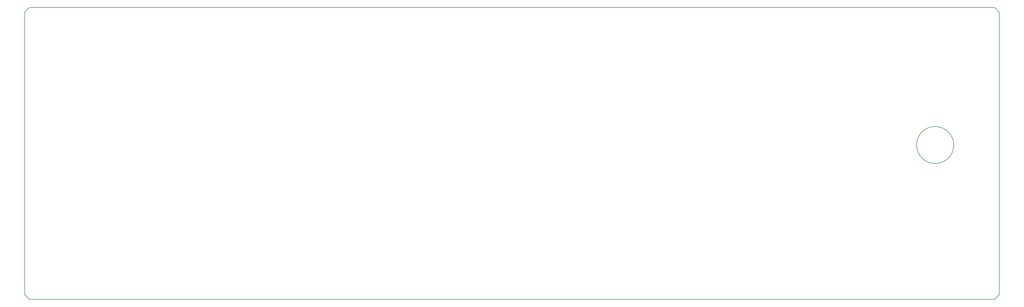
<source format=gm1>
G04 #@! TF.GenerationSoftware,KiCad,Pcbnew,(5.0.0)*
G04 #@! TF.CreationDate,2018-09-15T10:53:15+02:00*
G04 #@! TF.ProjectId,cyclops,6379636C6F70732E6B696361645F7063,rev?*
G04 #@! TF.SameCoordinates,Original*
G04 #@! TF.FileFunction,Profile,NP*
%FSLAX46Y46*%
G04 Gerber Fmt 4.6, Leading zero omitted, Abs format (unit mm)*
G04 Created by KiCad (PCBNEW (5.0.0)) date 09/15/18 10:53:15*
%MOMM*%
%LPD*%
G01*
G04 APERTURE LIST*
%ADD10C,0.150000*%
G04 APERTURE END LIST*
D10*
X70700000Y-97890000D02*
X69150000Y-99420000D01*
X69150000Y-189830000D02*
X70670000Y-191370000D01*
X380510000Y-189840000D02*
X378960000Y-191370000D01*
X378960000Y-97890000D02*
X380490000Y-99430000D01*
X378960000Y-191370000D02*
X70670000Y-191370000D01*
X380490000Y-99440000D02*
X380510000Y-189840000D01*
X365912816Y-141920000D02*
G75*
G03X365912816Y-141920000I-5932816J0D01*
G01*
X69150000Y-99420000D02*
X69150000Y-189830000D01*
X378960000Y-97890000D02*
X70700000Y-97890000D01*
M02*

</source>
